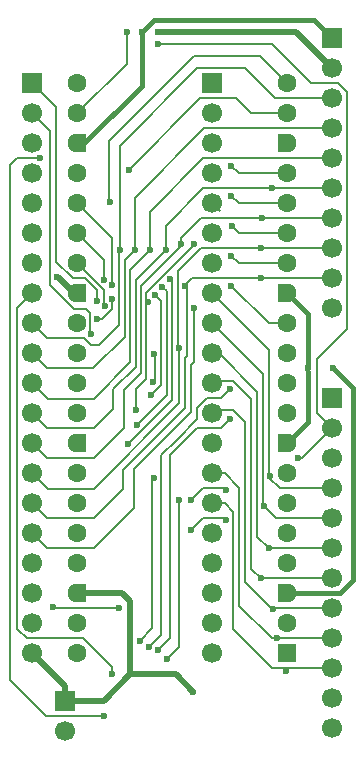
<source format=gbr>
%TF.GenerationSoftware,KiCad,Pcbnew,9.0.3-9.0.3-0~ubuntu24.04.1*%
%TF.CreationDate,2025-09-06T02:21:12+02:00*%
%TF.ProjectId,board_nfz330_nfz400,626f6172-645f-46e6-967a-3333305f6e66,rev?*%
%TF.SameCoordinates,Original*%
%TF.FileFunction,Copper,L2,Bot*%
%TF.FilePolarity,Positive*%
%FSLAX46Y46*%
G04 Gerber Fmt 4.6, Leading zero omitted, Abs format (unit mm)*
G04 Created by KiCad (PCBNEW 9.0.3-9.0.3-0~ubuntu24.04.1) date 2025-09-06 02:21:12*
%MOMM*%
%LPD*%
G01*
G04 APERTURE LIST*
G04 Aperture macros list*
%AMRoundRect*
0 Rectangle with rounded corners*
0 $1 Rounding radius*
0 $2 $3 $4 $5 $6 $7 $8 $9 X,Y pos of 4 corners*
0 Add a 4 corners polygon primitive as box body*
4,1,4,$2,$3,$4,$5,$6,$7,$8,$9,$2,$3,0*
0 Add four circle primitives for the rounded corners*
1,1,$1+$1,$2,$3*
1,1,$1+$1,$4,$5*
1,1,$1+$1,$6,$7*
1,1,$1+$1,$8,$9*
0 Add four rect primitives between the rounded corners*
20,1,$1+$1,$2,$3,$4,$5,0*
20,1,$1+$1,$4,$5,$6,$7,0*
20,1,$1+$1,$6,$7,$8,$9,0*
20,1,$1+$1,$8,$9,$2,$3,0*%
%AMFreePoly0*
4,1,37,0.603843,0.796157,0.639018,0.796157,0.711114,0.766294,0.766294,0.711114,0.796157,0.639018,0.796157,0.603843,0.800000,0.600000,0.800000,-0.600000,0.796157,-0.603843,0.796157,-0.639018,0.766294,-0.711114,0.711114,-0.766294,0.639018,-0.796157,0.603843,-0.796157,0.600000,-0.800000,0.000000,-0.800000,0.000000,-0.796148,-0.078414,-0.796148,-0.232228,-0.765552,-0.377117,-0.705537,
-0.507515,-0.618408,-0.618408,-0.507515,-0.705537,-0.377117,-0.765552,-0.232228,-0.796148,-0.078414,-0.796148,0.078414,-0.765552,0.232228,-0.705537,0.377117,-0.618408,0.507515,-0.507515,0.618408,-0.377117,0.705537,-0.232228,0.765552,-0.078414,0.796148,0.000000,0.796148,0.000000,0.800000,0.600000,0.800000,0.603843,0.796157,0.603843,0.796157,$1*%
%AMFreePoly1*
4,1,37,0.000000,0.796148,0.078414,0.796148,0.232228,0.765552,0.377117,0.705537,0.507515,0.618408,0.618408,0.507515,0.705537,0.377117,0.765552,0.232228,0.796148,0.078414,0.796148,-0.078414,0.765552,-0.232228,0.705537,-0.377117,0.618408,-0.507515,0.507515,-0.618408,0.377117,-0.705537,0.232228,-0.765552,0.078414,-0.796148,0.000000,-0.796148,0.000000,-0.800000,-0.600000,-0.800000,
-0.603843,-0.796157,-0.639018,-0.796157,-0.711114,-0.766294,-0.766294,-0.711114,-0.796157,-0.639018,-0.796157,-0.603843,-0.800000,-0.600000,-0.800000,0.600000,-0.796157,0.603843,-0.796157,0.639018,-0.766294,0.711114,-0.711114,0.766294,-0.639018,0.796157,-0.603843,0.796157,-0.600000,0.800000,0.000000,0.800000,0.000000,0.796148,0.000000,0.796148,$1*%
G04 Aperture macros list end*
%TA.AperFunction,ComponentPad*%
%ADD10RoundRect,0.200000X0.600000X0.600000X-0.600000X0.600000X-0.600000X-0.600000X0.600000X-0.600000X0*%
%TD*%
%TA.AperFunction,ComponentPad*%
%ADD11C,1.600000*%
%TD*%
%TA.AperFunction,ComponentPad*%
%ADD12FreePoly0,180.000000*%
%TD*%
%TA.AperFunction,ComponentPad*%
%ADD13FreePoly1,180.000000*%
%TD*%
%TA.AperFunction,ComponentPad*%
%ADD14R,1.700000X1.700000*%
%TD*%
%TA.AperFunction,ComponentPad*%
%ADD15C,1.700000*%
%TD*%
%TA.AperFunction,ViaPad*%
%ADD16C,0.600000*%
%TD*%
%TA.AperFunction,Conductor*%
%ADD17C,0.500000*%
%TD*%
%TA.AperFunction,Conductor*%
%ADD18C,0.200000*%
%TD*%
%TA.AperFunction,Conductor*%
%ADD19C,0.400000*%
%TD*%
G04 APERTURE END LIST*
D10*
%TO.P,J3,1,GPIO0*%
%TO.N,/PICO{slash}GP0*%
X79479000Y-122169000D03*
D11*
%TO.P,J3,2,GPIO1*%
%TO.N,/PICO{slash}GP1*%
X79479000Y-119629000D03*
D12*
%TO.P,J3,3,GND*%
%TO.N,GND*%
X79479000Y-117089000D03*
D11*
%TO.P,J3,4,GPIO2*%
%TO.N,/PICO{slash}GP2*%
X79479000Y-114549000D03*
%TO.P,J3,5,GPIO3*%
%TO.N,/PICO{slash}GP3*%
X79479000Y-112009000D03*
%TO.P,J3,6,GPIO4*%
%TO.N,/PICO{slash}GP4*%
X79479000Y-109469000D03*
%TO.P,J3,7,GPIO5*%
%TO.N,/PICO{slash}GP5*%
X79479000Y-106929000D03*
D12*
%TO.P,J3,8,GND*%
%TO.N,GND*%
X79479000Y-104389000D03*
D11*
%TO.P,J3,9,GPIO6*%
%TO.N,/PICO{slash}GP6*%
X79479000Y-101849000D03*
%TO.P,J3,10,GPIO7*%
%TO.N,/PICO{slash}GP7*%
X79479000Y-99309000D03*
%TO.P,J3,11,GPIO8*%
%TO.N,/PICO{slash}GP8*%
X79479000Y-96769000D03*
%TO.P,J3,12,GPIO9*%
%TO.N,/PICO{slash}GP9*%
X79479000Y-94229000D03*
D12*
%TO.P,J3,13,GND*%
%TO.N,GND*%
X79479000Y-91689000D03*
D11*
%TO.P,J3,14,GPIO10*%
%TO.N,/PICO{slash}GP10*%
X79479000Y-89149000D03*
%TO.P,J3,15,GPIO11*%
%TO.N,/PICO{slash}GP11*%
X79479000Y-86609000D03*
%TO.P,J3,16,GPIO12*%
%TO.N,/PICO{slash}GP12*%
X79479000Y-84069000D03*
%TO.P,J3,17,GPIO13*%
%TO.N,/PICO{slash}GP13*%
X79479000Y-81529000D03*
D12*
%TO.P,J3,18,GND*%
%TO.N,GND*%
X79479000Y-78989000D03*
D11*
%TO.P,J3,19,GPIO14*%
%TO.N,/PICO{slash}GP14*%
X79479000Y-76449000D03*
%TO.P,J3,20,GPIO15*%
%TO.N,/PICO{slash}GP15*%
X79479000Y-73909000D03*
%TO.P,J3,21,GPIO16*%
%TO.N,unconnected-(J3-GPIO16-Pad21)*%
X61699000Y-73909000D03*
%TO.P,J3,22,GPIO17*%
%TO.N,/PICO{slash}NOP_EN*%
X61699000Y-76449000D03*
D13*
%TO.P,J3,23,GND*%
%TO.N,GND*%
X61699000Y-78989000D03*
D11*
%TO.P,J3,24,GPIO18*%
%TO.N,/PICO{slash}BUS_EN*%
X61699000Y-81529000D03*
%TO.P,J3,25,GPIO19*%
%TO.N,/PICO{slash}ALE*%
X61699000Y-84069000D03*
%TO.P,J3,26,GPIO20*%
%TO.N,/PICO{slash}PSEN*%
X61699000Y-86609000D03*
%TO.P,J3,27,GPIO21*%
%TO.N,/PICO{slash}WR*%
X61699000Y-89149000D03*
D13*
%TO.P,J3,28,GND*%
%TO.N,GND*%
X61699000Y-91689000D03*
D11*
%TO.P,J3,29,GPIO22*%
%TO.N,/PICO{slash}RD*%
X61699000Y-94229000D03*
%TO.P,J3,30,RUN*%
%TO.N,unconnected-(J3-RUN-Pad30)*%
X61699000Y-96769000D03*
%TO.P,J3,31,GPIO26/ADC0*%
%TO.N,unconnected-(J3-GPIO26{slash}ADC0-Pad31)*%
X61699000Y-99309000D03*
%TO.P,J3,32,GPIO27/ADC1*%
%TO.N,unconnected-(J3-GPIO27{slash}ADC1-Pad32)*%
X61699000Y-101849000D03*
D13*
%TO.P,J3,33,AGND*%
%TO.N,GND*%
X61699000Y-104389000D03*
D11*
%TO.P,J3,34,GPIO28/ADC2*%
%TO.N,unconnected-(J3-GPIO28{slash}ADC2-Pad34)*%
X61699000Y-106929000D03*
%TO.P,J3,35,ADC_VREF*%
%TO.N,unconnected-(J3-ADC_VREF-Pad35)*%
X61699000Y-109469000D03*
%TO.P,J3,36,3V3*%
%TO.N,+3V3*%
X61699000Y-112009000D03*
%TO.P,J3,37,3V3_EN*%
%TO.N,unconnected-(J3-3V3_EN-Pad37)*%
X61699000Y-114549000D03*
D13*
%TO.P,J3,38,GND*%
%TO.N,GND*%
X61699000Y-117089000D03*
D11*
%TO.P,J3,39,VSYS*%
%TO.N,Net-(D1-K)*%
X61699000Y-119629000D03*
%TO.P,J3,40,VBUS*%
%TO.N,unconnected-(J3-VBUS-Pad40)*%
X61699000Y-122169000D03*
%TD*%
D14*
%TO.P,J1,B1,ALE*%
%TO.N,/BUS{slash}ALE*%
X83289000Y-100579000D03*
D15*
%TO.P,J1,B2,~{PSEN}*%
%TO.N,/BUS{slash}PSEN*%
X83289000Y-103119000D03*
%TO.P,J1,B3,A15*%
%TO.N,/BUS{slash}GP7*%
X83289000Y-105659000D03*
%TO.P,J1,B4,A14*%
%TO.N,/BUS{slash}GP6*%
X83289000Y-108199000D03*
%TO.P,J1,B5,A13*%
%TO.N,/BUS{slash}GP5*%
X83289000Y-110739000D03*
%TO.P,J1,B6,A12*%
%TO.N,/BUS{slash}GP4*%
X83289000Y-113279000D03*
%TO.P,J1,B7,A11*%
%TO.N,/BUS{slash}GP3*%
X83289000Y-115819000D03*
%TO.P,J1,B8,A10*%
%TO.N,/BUS{slash}GP2*%
X83289000Y-118359000D03*
%TO.P,J1,B9,A9*%
%TO.N,/BUS{slash}GP1*%
X83289000Y-120899000D03*
%TO.P,J1,B10,A8*%
%TO.N,/BUS{slash}GP0*%
X83289000Y-123439000D03*
%TO.P,J1,B11,~{RD}*%
%TO.N,/BUS{slash}RD*%
X83289000Y-125979000D03*
%TO.P,J1,B12,~{WR}*%
%TO.N,/BUS{slash}WR*%
X83289000Y-128519000D03*
D14*
%TO.P,J1,T1,GND*%
%TO.N,GND*%
X83289000Y-70099000D03*
D15*
%TO.P,J1,T2,5V*%
%TO.N,+5V*%
X83289000Y-72639000D03*
%TO.P,J1,T3,AD0*%
%TO.N,/BUS{slash}GP15*%
X83289000Y-75179000D03*
%TO.P,J1,T4,AD1*%
%TO.N,/BUS{slash}GP14*%
X83289000Y-77719000D03*
%TO.P,J1,T5,AD2*%
%TO.N,/BUS{slash}GP13*%
X83289000Y-80259000D03*
%TO.P,J1,T6,AD3*%
%TO.N,/BUS{slash}GP12*%
X83289000Y-82799000D03*
%TO.P,J1,T7,AD4*%
%TO.N,/BUS{slash}GP11*%
X83289000Y-85339000D03*
%TO.P,J1,T8,AD5*%
%TO.N,/BUS{slash}GP10*%
X83289000Y-87879000D03*
%TO.P,J1,T9,AD6*%
%TO.N,/BUS{slash}GP9*%
X83289000Y-90419000D03*
%TO.P,J1,T10,AD7*%
%TO.N,/BUS{slash}GP8*%
X83289000Y-92959000D03*
%TD*%
D14*
%TO.P,J4,1,Pin_1*%
%TO.N,GND*%
X60657600Y-126182200D03*
D15*
%TO.P,J4,2,Pin_2*%
X60657600Y-128722200D03*
%TD*%
%TO.P,J2,*%
%TO.N,*%
X73129000Y-81529000D03*
X73129000Y-78989000D03*
X57889000Y-86609000D03*
X57889000Y-84069000D03*
X57889000Y-81529000D03*
D14*
%TO.P,J2,L1,~{WR}*%
%TO.N,/BUS{slash}WR*%
X57889000Y-73909000D03*
D15*
%TO.P,J2,L2,~{RD}*%
%TO.N,/BUS{slash}RD*%
X57889000Y-76449000D03*
%TO.P,J2,L3,5V*%
%TO.N,+5V*%
X57889000Y-78989000D03*
%TO.P,J2,L7,ALE*%
%TO.N,/BUS{slash}ALE*%
X57889000Y-89149000D03*
%TO.P,J2,L8,A12*%
%TO.N,/BUS{slash}GP7*%
X57889000Y-91689000D03*
%TO.P,J2,L9,AD7*%
%TO.N,/BUS{slash}GP15*%
X57889000Y-94229000D03*
%TO.P,J2,L10,AD6*%
%TO.N,/BUS{slash}GP14*%
X57889000Y-96769000D03*
%TO.P,J2,L11,AD5*%
%TO.N,/BUS{slash}GP13*%
X57889000Y-99309000D03*
%TO.P,J2,L12,AD4*%
%TO.N,/BUS{slash}GP12*%
X57889000Y-101849000D03*
%TO.P,J2,L13,AD3*%
%TO.N,/BUS{slash}GP11*%
X57889000Y-104389000D03*
%TO.P,J2,L14,AD2*%
%TO.N,/BUS{slash}GP10*%
X57889000Y-106929000D03*
%TO.P,J2,L15,AD1*%
%TO.N,/BUS{slash}GP9*%
X57889000Y-109469000D03*
%TO.P,J2,L16,AD0*%
%TO.N,/BUS{slash}GP8*%
X57889000Y-112009000D03*
%TO.P,J2,L17,AD0*%
%TO.N,unconnected-(J2-AD0-PadL17)*%
X57889000Y-114549000D03*
%TO.P,J2,L18,AD1*%
%TO.N,unconnected-(J2-AD1-PadL18)*%
X57889000Y-117089000D03*
%TO.P,J2,L19,AD2*%
%TO.N,unconnected-(J2-AD2-PadL19)*%
X57889000Y-119629000D03*
%TO.P,J2,L20,GND*%
%TO.N,GND*%
X57889000Y-122169000D03*
D14*
%TO.P,J2,R1,GND*%
%TO.N,unconnected-(J2-GND-PadR1)*%
X73129000Y-73909000D03*
D15*
%TO.P,J2,R2,GND*%
%TO.N,unconnected-(J2-GND-PadR2)*%
X73129000Y-76449000D03*
%TO.P,J2,R5,A12*%
%TO.N,unconnected-(J2-A12-PadR5)*%
X73129000Y-84069000D03*
%TO.P,J2,R6,ALE*%
%TO.N,unconnected-(J2-ALE-PadR6)*%
X73129000Y-86609000D03*
%TO.P,J2,R7,5V*%
%TO.N,unconnected-(J2-5V-PadR7)*%
X73129000Y-89149000D03*
%TO.P,J2,R8,A14*%
%TO.N,/BUS{slash}GP6*%
X73129000Y-91689000D03*
%TO.P,J2,R9,A13*%
%TO.N,/BUS{slash}GP5*%
X73129000Y-94229000D03*
%TO.P,J2,R10,A8*%
%TO.N,/BUS{slash}GP4*%
X73129000Y-96769000D03*
%TO.P,J2,R11,A9*%
%TO.N,/BUS{slash}GP3*%
X73129000Y-99309000D03*
%TO.P,J2,R12,A11*%
%TO.N,/BUS{slash}GP2*%
X73129000Y-101849000D03*
%TO.P,J2,R13,~{PSEN}*%
%TO.N,/BUS{slash}PSEN*%
X73129000Y-104389000D03*
%TO.P,J2,R14,A10*%
%TO.N,/BUS{slash}GP1*%
X73129000Y-106929000D03*
%TO.P,J2,R15,A15*%
%TO.N,/BUS{slash}GP0*%
X73129000Y-109469000D03*
%TO.P,J2,R16,AD7*%
%TO.N,unconnected-(J2-AD7-PadR16)*%
X73129000Y-112009000D03*
%TO.P,J2,R17,AD6*%
%TO.N,unconnected-(J2-AD6-PadR17)*%
X73129000Y-114549000D03*
%TO.P,J2,R18,AD5*%
%TO.N,unconnected-(J2-AD5-PadR18)*%
X73129000Y-117089000D03*
%TO.P,J2,R19,AD4*%
%TO.N,unconnected-(J2-AD4-PadR19)*%
X73129000Y-119629000D03*
%TO.P,J2,R20,AD3*%
%TO.N,unconnected-(J2-AD3-PadR20)*%
X73129000Y-122169000D03*
%TD*%
D16*
%TO.N,+5V*%
X68531600Y-69591000D03*
%TO.N,/BUS{slash}PSEN*%
X80368000Y-105659000D03*
X68557000Y-70607000D03*
%TO.N,GND*%
X60013000Y-90317400D03*
X81257000Y-98039000D03*
X67160000Y-69591000D03*
X83314400Y-98039000D03*
X71528800Y-125420200D03*
%TO.N,/BUS{slash}WR*%
X63324600Y-92324000D03*
X67896600Y-100325000D03*
X68302273Y-91781000D03*
%TO.N,/BUS{slash}RD*%
X68150600Y-96835907D03*
X62816600Y-95143400D03*
X68074400Y-99207400D03*
%TO.N,/PICO{slash}WR*%
X64033102Y-92742772D03*
%TO.N,/BUS{slash}GP7*%
X64594600Y-123896200D03*
%TO.N,/BUS{slash}GP14*%
X66570000Y-88031400D03*
%TO.N,/BUS{slash}GP0*%
X79402800Y-123642200D03*
%TO.N,/BUS{slash}GP11*%
X70470000Y-87523400D03*
X77370800Y-85339000D03*
%TO.N,/BUS{slash}GP13*%
X67870000Y-88006000D03*
%TO.N,/BUS{slash}GP5*%
X77539000Y-109723000D03*
%TO.N,/BUS{slash}GP10*%
X70325400Y-96268753D03*
X77243800Y-87879000D03*
%TO.N,/BUS{slash}GP2*%
X78234400Y-118409800D03*
%TO.N,/BUS{slash}GP12*%
X69170000Y-88006000D03*
X78183600Y-82799000D03*
%TO.N,/BUS{slash}GP4*%
X77929600Y-113279000D03*
%TO.N,/BUS{slash}GP1*%
X78590000Y-120899000D03*
%TO.N,/BUS{slash}GP15*%
X65270000Y-88006000D03*
%TO.N,/BUS{slash}GP9*%
X70842272Y-91019000D03*
X77243800Y-90419000D03*
%TO.N,/BUS{slash}GP3*%
X77269200Y-115819000D03*
%TO.N,/BUS{slash}GP8*%
X71579600Y-92959000D03*
%TO.N,/BUS{slash}GP6*%
X70335000Y-109215000D03*
X69319000Y-122677000D03*
X78047000Y-107157600D03*
%TO.N,/PICO{slash}GP4*%
X74281600Y-110892127D03*
X71325600Y-111755000D03*
%TO.N,/PICO{slash}GP11*%
X74754600Y-85999400D03*
%TO.N,/PICO{slash}GP10*%
X74741900Y-88526700D03*
%TO.N,/PICO{slash}GP12*%
X74741900Y-83446700D03*
%TO.N,/PICO{slash}GP6*%
X68557000Y-121915000D03*
X74653000Y-102357000D03*
%TO.N,/PICO{slash}GP7*%
X67795000Y-121635600D03*
X74653000Y-99817000D03*
%TO.N,/PICO{slash}GP9*%
X74729200Y-91054000D03*
%TO.N,/PICO{slash}GP13*%
X74729200Y-80894000D03*
%TO.N,/PICO{slash}GP15*%
X64467600Y-83916600D03*
%TO.N,/PICO{slash}GP14*%
X66093200Y-81198800D03*
%TO.N,/PICO{slash}GP5*%
X74281600Y-108352127D03*
X71325600Y-109215000D03*
%TO.N,/BUS{slash}ALE*%
X59667000Y-118232000D03*
X65255000Y-118359000D03*
%TO.N,/PICO{slash}NOP_EN*%
X65890000Y-69591000D03*
%TO.N,/PICO{slash}PSEN*%
X69569417Y-90495093D03*
X66004300Y-104401700D03*
X63912027Y-90513500D03*
%TO.N,/PICO{slash}ALE*%
X68899127Y-91113500D03*
X64655000Y-90942800D03*
X66715500Y-102801500D03*
%TO.N,/PICO{slash}BUS_EN*%
X67683800Y-92390600D03*
X68150600Y-107284600D03*
X71605000Y-87472600D03*
X66982200Y-121102200D03*
X63400000Y-93822600D03*
X66677400Y-101569600D03*
X58574800Y-80233600D03*
X64639071Y-92143800D03*
X63959600Y-127426800D03*
%TD*%
D17*
%TO.N,+5V*%
X80241000Y-69591000D02*
X68531600Y-69591000D01*
X83289000Y-72639000D02*
X80241000Y-69591000D01*
D18*
%TO.N,/BUS{slash}PSEN*%
X80368000Y-105659000D02*
X80749000Y-105659000D01*
X78209000Y-70607000D02*
X68557000Y-70607000D01*
X82019000Y-101849000D02*
X82019000Y-97277000D01*
X83289000Y-103119000D02*
X82019000Y-101849000D01*
X80749000Y-105659000D02*
X83289000Y-103119000D01*
X83797000Y-73909000D02*
X81511000Y-73909000D01*
X81511000Y-73909000D02*
X78209000Y-70607000D01*
X84559000Y-74671000D02*
X83797000Y-73909000D01*
X84559000Y-94737000D02*
X84559000Y-74671000D01*
X82019000Y-97277000D02*
X84559000Y-94737000D01*
%TO.N,unconnected-(J2-A12-PadR5)*%
X73129000Y-84069000D02*
X73738600Y-84678600D01*
D17*
%TO.N,GND*%
X63934200Y-126182200D02*
X66169400Y-123947000D01*
D19*
X83949400Y-117089000D02*
X79479000Y-117089000D01*
X68176000Y-68575000D02*
X67160000Y-69591000D01*
X62283200Y-78989000D02*
X61699000Y-78989000D01*
X67160000Y-69591000D02*
X67160000Y-74112200D01*
D17*
X60073400Y-90317400D02*
X61445000Y-91689000D01*
D19*
X81257000Y-93467000D02*
X81257000Y-97734200D01*
D17*
X60657600Y-126182200D02*
X60657600Y-124937600D01*
D19*
X83289000Y-70099000D02*
X81765000Y-68575000D01*
D17*
X65509000Y-117089000D02*
X66169400Y-117749400D01*
D19*
X83378000Y-98039000D02*
X85067000Y-99728000D01*
D17*
X60657600Y-124937600D02*
X57889000Y-122169000D01*
X70055600Y-123947000D02*
X66169400Y-123947000D01*
D19*
X67160000Y-74112200D02*
X62283200Y-78989000D01*
D17*
X66169400Y-117749400D02*
X66169400Y-123947000D01*
D19*
X83314400Y-98039000D02*
X83378000Y-98039000D01*
D17*
X71528800Y-125420200D02*
X70055600Y-123947000D01*
D19*
X85067000Y-115971400D02*
X83949400Y-117089000D01*
X85067000Y-99728000D02*
X85067000Y-115971400D01*
D17*
X60657600Y-126182200D02*
X63934200Y-126182200D01*
X61699000Y-117089000D02*
X65509000Y-117089000D01*
X61445000Y-91689000D02*
X61699000Y-91689000D01*
D19*
X79479000Y-104389000D02*
X81257000Y-102611000D01*
X79479000Y-91689000D02*
X81257000Y-93467000D01*
D17*
X60013000Y-90317400D02*
X60073400Y-90317400D01*
D19*
X81257000Y-102611000D02*
X81257000Y-98343800D01*
X81765000Y-68575000D02*
X68176000Y-68575000D01*
D18*
%TO.N,/BUS{slash}WR*%
X63324600Y-92324000D02*
X63324600Y-91399006D01*
X59921000Y-75941000D02*
X57889000Y-73909000D01*
X62344594Y-90419000D02*
X61343400Y-90419000D01*
X63324600Y-91399006D02*
X62344594Y-90419000D01*
X68811000Y-99410600D02*
X67896600Y-100325000D01*
X61343400Y-90419000D02*
X59921000Y-88996600D01*
X59921000Y-88996600D02*
X59921000Y-75941000D01*
X68811000Y-92289727D02*
X68811000Y-99410600D01*
X68302273Y-91781000D02*
X68811000Y-92289727D01*
%TO.N,/BUS{slash}RD*%
X59413000Y-77973000D02*
X59413000Y-90967122D01*
X62800000Y-95126800D02*
X62816600Y-95143400D01*
X68074400Y-99207400D02*
X68294400Y-98987400D01*
X62800000Y-93374200D02*
X62800000Y-95126800D01*
X61430278Y-92984400D02*
X62410200Y-92984400D01*
X68294400Y-96979707D02*
X68150600Y-96835907D01*
X62410200Y-92984400D02*
X62800000Y-93374200D01*
X57889000Y-76449000D02*
X59413000Y-77973000D01*
X68294400Y-98987400D02*
X68294400Y-96979707D01*
X59413000Y-90967122D02*
X61430278Y-92984400D01*
%TO.N,/PICO{slash}WR*%
X63934200Y-92643870D02*
X63934200Y-91384200D01*
X63934200Y-91384200D02*
X61699000Y-89149000D01*
X64033102Y-92742772D02*
X63934200Y-92643870D01*
%TO.N,/BUS{slash}GP7*%
X56619000Y-92959000D02*
X57889000Y-91689000D01*
X56619000Y-120060800D02*
X56619000Y-92959000D01*
X64594600Y-123286600D02*
X62207000Y-120899000D01*
X64594600Y-123896200D02*
X64594600Y-123286600D01*
X57457200Y-120899000D02*
X56619000Y-120060800D01*
X62207000Y-120899000D02*
X57457200Y-120899000D01*
%TO.N,/BUS{slash}GP14*%
X66570000Y-83566800D02*
X72417800Y-77719000D01*
X59159000Y-98039000D02*
X63053500Y-98039000D01*
X65712200Y-95380300D02*
X65712200Y-88889200D01*
X57889000Y-96769000D02*
X59159000Y-98039000D01*
X66570000Y-88031400D02*
X66570000Y-83566800D01*
X72417800Y-77719000D02*
X83289000Y-77719000D01*
X65712200Y-88889200D02*
X66570000Y-88031400D01*
X63053500Y-98039000D02*
X65712200Y-95380300D01*
%TO.N,/BUS{slash}GP0*%
X78183600Y-123439000D02*
X83289000Y-123439000D01*
X74881600Y-110180200D02*
X74881600Y-120137000D01*
X74881600Y-120137000D02*
X78183600Y-123439000D01*
X73129000Y-109469000D02*
X74170400Y-109469000D01*
X74170400Y-109469000D02*
X74881600Y-110180200D01*
%TO.N,/BUS{slash}GP11*%
X63070600Y-105659000D02*
X65636000Y-103093600D01*
X67083800Y-91062384D02*
X70470000Y-87676184D01*
X59159000Y-105659000D02*
X63070600Y-105659000D01*
X72163800Y-85339000D02*
X83289000Y-85339000D01*
X70470000Y-87676184D02*
X70470000Y-87523400D01*
X65636000Y-103093600D02*
X65636000Y-99842400D01*
X57889000Y-104389000D02*
X59159000Y-105659000D01*
X70470000Y-87032800D02*
X72163800Y-85339000D01*
X67083800Y-98394600D02*
X67083800Y-91062384D01*
X65636000Y-99842400D02*
X67083800Y-98394600D01*
X70470000Y-87523400D02*
X70470000Y-87032800D01*
%TO.N,/BUS{slash}GP13*%
X67870000Y-88006000D02*
X66169400Y-89706600D01*
X83289000Y-80259000D02*
X72367000Y-80259000D01*
X59184400Y-100604400D02*
X57889000Y-99309000D01*
X66169400Y-89706600D02*
X66169400Y-97505600D01*
X63070600Y-100604400D02*
X59184400Y-100604400D01*
X66169400Y-97505600D02*
X63070600Y-100604400D01*
X67870000Y-84756000D02*
X67870000Y-88006000D01*
X72367000Y-80259000D02*
X67870000Y-84756000D01*
%TO.N,/BUS{slash}GP5*%
X77447000Y-109631000D02*
X77447000Y-98547000D01*
X77447000Y-98547000D02*
X73129000Y-94229000D01*
X78555000Y-110739000D02*
X77539000Y-109723000D01*
X77539000Y-109723000D02*
X77447000Y-109631000D01*
X83289000Y-110739000D02*
X78555000Y-110739000D01*
%TO.N,/BUS{slash}GP10*%
X63070600Y-108249800D02*
X59209800Y-108249800D01*
X70325400Y-96268753D02*
X70182600Y-96125953D01*
X70335000Y-100985400D02*
X63070600Y-108249800D01*
X70182600Y-96125953D02*
X70182600Y-89822300D01*
X70325400Y-96281199D02*
X70335000Y-96290799D01*
X70335000Y-96290799D02*
X70335000Y-100985400D01*
X72125900Y-87879000D02*
X83289000Y-87879000D01*
X70325400Y-96268753D02*
X70325400Y-96281199D01*
X70182600Y-89822300D02*
X72125900Y-87879000D01*
X59209800Y-108249800D02*
X57889000Y-106929000D01*
%TO.N,/BUS{slash}GP2*%
X73383000Y-101595000D02*
X74907000Y-101595000D01*
X73129000Y-101849000D02*
X73383000Y-101595000D01*
X75923000Y-116149200D02*
X78132800Y-118359000D01*
X78132800Y-118359000D02*
X83289000Y-118359000D01*
X75923000Y-102611000D02*
X75923000Y-116149200D01*
X74907000Y-101595000D02*
X75923000Y-102611000D01*
%TO.N,/BUS{slash}GP12*%
X66626600Y-90549400D02*
X69170000Y-88006000D01*
X64747000Y-99817000D02*
X66626600Y-97937400D01*
X69170000Y-88006000D02*
X69171765Y-88004235D01*
X57889000Y-101849000D02*
X59159000Y-103119000D01*
X69171765Y-85943435D02*
X72316200Y-82799000D01*
X63070600Y-103119000D02*
X64747000Y-101442600D01*
X78183600Y-82799000D02*
X83289000Y-82799000D01*
X59159000Y-103119000D02*
X63070600Y-103119000D01*
X64747000Y-101442600D02*
X64747000Y-99817000D01*
X66626600Y-97937400D02*
X66626600Y-90549400D01*
X69171765Y-88004235D02*
X69171765Y-85943435D01*
X72316200Y-82799000D02*
X78183600Y-82799000D01*
%TO.N,/BUS{slash}GP4*%
X76939000Y-100045600D02*
X76939000Y-112288400D01*
X76939000Y-112288400D02*
X77929600Y-113279000D01*
X73129000Y-96769000D02*
X73662400Y-96769000D01*
X77929600Y-113279000D02*
X83289000Y-113279000D01*
X73662400Y-96769000D02*
X76939000Y-100045600D01*
%TO.N,/BUS{slash}GP1*%
X78590000Y-120899000D02*
X83289000Y-120899000D01*
X75415000Y-118130400D02*
X78183600Y-120899000D01*
X74195800Y-106929000D02*
X75415000Y-108148200D01*
X73129000Y-106929000D02*
X74195800Y-106929000D01*
X78183600Y-120899000D02*
X78590000Y-120899000D01*
X75415000Y-108148200D02*
X75415000Y-118130400D01*
%TO.N,/BUS{slash}GP15*%
X78463000Y-75179000D02*
X75923000Y-72639000D01*
X57889000Y-94229000D02*
X59159000Y-95499000D01*
X83289000Y-75179000D02*
X78463000Y-75179000D01*
X63553200Y-96032400D02*
X62816600Y-96032400D01*
X71808200Y-72639000D02*
X65270000Y-79177200D01*
X65270000Y-79177200D02*
X65270000Y-88006000D01*
X65255000Y-88021000D02*
X65255000Y-94330600D01*
X75923000Y-72639000D02*
X71808200Y-72639000D01*
X62816600Y-96032400D02*
X62283200Y-95499000D01*
X59159000Y-95499000D02*
X62283200Y-95499000D01*
X65270000Y-88006000D02*
X65255000Y-88021000D01*
X65255000Y-94330600D02*
X63553200Y-96032400D01*
%TO.N,/BUS{slash}GP9*%
X70843000Y-101366400D02*
X70843000Y-97150000D01*
X57889000Y-109469000D02*
X59159000Y-110739000D01*
X65559800Y-106649600D02*
X70843000Y-101366400D01*
X70970000Y-91146728D02*
X70842272Y-91019000D01*
X70842272Y-91019000D02*
X70842272Y-90953128D01*
X70970000Y-97023000D02*
X70970000Y-91146728D01*
X71376400Y-90419000D02*
X83289000Y-90419000D01*
X63070600Y-110739000D02*
X65559800Y-108249800D01*
X70843000Y-97150000D02*
X70970000Y-97023000D01*
X59159000Y-110739000D02*
X63070600Y-110739000D01*
X70842272Y-90953128D02*
X71376400Y-90419000D01*
X65559800Y-108249800D02*
X65559800Y-106649600D01*
%TO.N,/BUS{slash}GP3*%
X77269200Y-115819000D02*
X83289000Y-115819000D01*
X73129000Y-99309000D02*
X73372657Y-99065343D01*
X76431000Y-114980800D02*
X77269200Y-115819000D01*
X73372657Y-99065343D02*
X74891943Y-99065343D01*
X76431000Y-100604400D02*
X76431000Y-114980800D01*
X74891943Y-99065343D02*
X76431000Y-100604400D01*
%TO.N,/BUS{slash}GP8*%
X71579600Y-97531000D02*
X71579600Y-92959000D01*
X66525000Y-109824600D02*
X66525000Y-106573400D01*
X66525000Y-106573400D02*
X71351000Y-101747400D01*
X71351000Y-97759600D02*
X71579600Y-97531000D01*
X63070600Y-113279000D02*
X66525000Y-109824600D01*
X59159000Y-113279000D02*
X63070600Y-113279000D01*
X57889000Y-112009000D02*
X59159000Y-113279000D01*
X71351000Y-101747400D02*
X71351000Y-97759600D01*
%TO.N,/BUS{slash}GP6*%
X78844000Y-108199000D02*
X83289000Y-108199000D01*
X77955000Y-107310000D02*
X78844000Y-108199000D01*
X69319000Y-122677000D02*
X70335000Y-121661000D01*
X73129000Y-91689000D02*
X77955000Y-96515000D01*
X70335000Y-121661000D02*
X70335000Y-109215000D01*
X77955000Y-96515000D02*
X77955000Y-107310000D01*
%TO.N,/PICO{slash}GP4*%
X74043400Y-110739000D02*
X74196527Y-110892127D01*
X71325600Y-111755000D02*
X72341600Y-110739000D01*
X74196527Y-110892127D02*
X74281600Y-110892127D01*
X72341600Y-110739000D02*
X74043400Y-110739000D01*
%TO.N,/PICO{slash}GP11*%
X74754600Y-85999400D02*
X75364200Y-86609000D01*
X75364200Y-86609000D02*
X79479000Y-86609000D01*
%TO.N,/PICO{slash}GP10*%
X75364200Y-89149000D02*
X79479000Y-89149000D01*
X74741900Y-88526700D02*
X75364200Y-89149000D01*
%TO.N,/PICO{slash}GP12*%
X74741900Y-83446700D02*
X75364200Y-84069000D01*
X75364200Y-84069000D02*
X79479000Y-84069000D01*
%TO.N,/PICO{slash}GP6*%
X68557000Y-121915000D02*
X69573000Y-120899000D01*
X69573000Y-120899000D02*
X69573000Y-105405000D01*
X73891000Y-103119000D02*
X74653000Y-102357000D01*
X71859000Y-103119000D02*
X73891000Y-103119000D01*
X69573000Y-105405000D02*
X71859000Y-103119000D01*
%TO.N,/PICO{slash}GP7*%
X71859000Y-102357000D02*
X70157200Y-104058800D01*
X74653000Y-99817000D02*
X73891000Y-100579000D01*
X68811000Y-109469000D02*
X68811000Y-120619600D01*
X73129000Y-100579000D02*
X72646400Y-100579000D01*
X68811000Y-105405000D02*
X68811000Y-109469000D01*
X72646400Y-100579000D02*
X71859000Y-101366400D01*
X73891000Y-100579000D02*
X73129000Y-100579000D01*
X68811000Y-120619600D02*
X67795000Y-121635600D01*
X70157200Y-104058800D02*
X68811000Y-105405000D01*
X71859000Y-101366400D02*
X71859000Y-102357000D01*
%TO.N,/PICO{slash}GP9*%
X74729200Y-91054000D02*
X77904200Y-94229000D01*
X77904200Y-94229000D02*
X79479000Y-94229000D01*
%TO.N,/PICO{slash}GP13*%
X74729200Y-80894000D02*
X75364200Y-81529000D01*
X75364200Y-81529000D02*
X79479000Y-81529000D01*
%TO.N,/PICO{slash}GP15*%
X64467600Y-83916600D02*
X64340600Y-83789600D01*
X64340600Y-83789600D02*
X64340600Y-78811200D01*
X64340600Y-78811200D02*
X71537704Y-71614096D01*
X71537704Y-71614096D02*
X77184096Y-71614096D01*
X77184096Y-71614096D02*
X79479000Y-73909000D01*
%TO.N,/PICO{slash}GP14*%
X75110200Y-75179000D02*
X72113000Y-75179000D01*
X76380200Y-76449000D02*
X75110200Y-75179000D01*
X79479000Y-76449000D02*
X76380200Y-76449000D01*
X72113000Y-75179000D02*
X66093200Y-81198800D01*
%TO.N,/PICO{slash}GP5*%
X72341600Y-108199000D02*
X74043400Y-108199000D01*
X71325600Y-109215000D02*
X72341600Y-108199000D01*
%TO.N,/BUS{slash}ALE*%
X59794000Y-118359000D02*
X65255000Y-118359000D01*
X59667000Y-118232000D02*
X59794000Y-118359000D01*
%TO.N,/PICO{slash}NOP_EN*%
X65890000Y-69591000D02*
X65864600Y-69616400D01*
X65890000Y-72258000D02*
X61699000Y-76449000D01*
X65890000Y-69591000D02*
X65890000Y-72258000D01*
X65864600Y-69616400D02*
X65864600Y-69743400D01*
%TO.N,/PICO{slash}PSEN*%
X61699000Y-86609000D02*
X63912027Y-88822027D01*
X69725400Y-90651076D02*
X69569417Y-90495093D01*
X69725400Y-100680600D02*
X69725400Y-90651076D01*
X63912027Y-88822027D02*
X63912027Y-90513500D01*
X66004300Y-104401700D02*
X69725400Y-100680600D01*
%TO.N,/PICO{slash}ALE*%
X64655000Y-90942800D02*
X64594600Y-90882400D01*
X69268200Y-100248800D02*
X69268200Y-91482573D01*
X66715500Y-102801500D02*
X69268200Y-100248800D01*
X69268200Y-91482573D02*
X68899127Y-91113500D01*
X64594600Y-90882400D02*
X64594600Y-86964600D01*
X64594600Y-86964600D02*
X61699000Y-84069000D01*
%TO.N,/PICO{slash}BUS_EN*%
X64639071Y-92986746D02*
X64639071Y-92143800D01*
X68037137Y-120047263D02*
X68037137Y-107398063D01*
X71605000Y-87557684D02*
X67541000Y-91621684D01*
X63934200Y-127452200D02*
X63959600Y-127426800D01*
X63803217Y-93822600D02*
X64639071Y-92986746D01*
X59032000Y-127452200D02*
X63934200Y-127452200D01*
X71605000Y-87472600D02*
X71605000Y-87557684D01*
X66677400Y-101569600D02*
X66677400Y-99754457D01*
X55984000Y-94559200D02*
X55984000Y-94686200D01*
X66982200Y-121102200D02*
X68037137Y-120047263D01*
X63400000Y-93822600D02*
X63803217Y-93822600D01*
X55984000Y-124404200D02*
X59032000Y-127452200D01*
X55984000Y-80843200D02*
X55984000Y-94559200D01*
X68037137Y-107398063D02*
X68150600Y-107284600D01*
X55984000Y-94559200D02*
X55984000Y-124404200D01*
X58574800Y-80233600D02*
X56593600Y-80233600D01*
X66677400Y-99754457D02*
X67541000Y-98890857D01*
X67541000Y-98890857D02*
X67541000Y-92400200D01*
X67674200Y-92400200D02*
X67683800Y-92390600D01*
X63934200Y-127426800D02*
X63959600Y-127426800D01*
X67541000Y-91621684D02*
X67541000Y-92400200D01*
X56593600Y-80233600D02*
X55984000Y-80843200D01*
X67541000Y-92400200D02*
X67674200Y-92400200D01*
%TD*%
M02*

</source>
